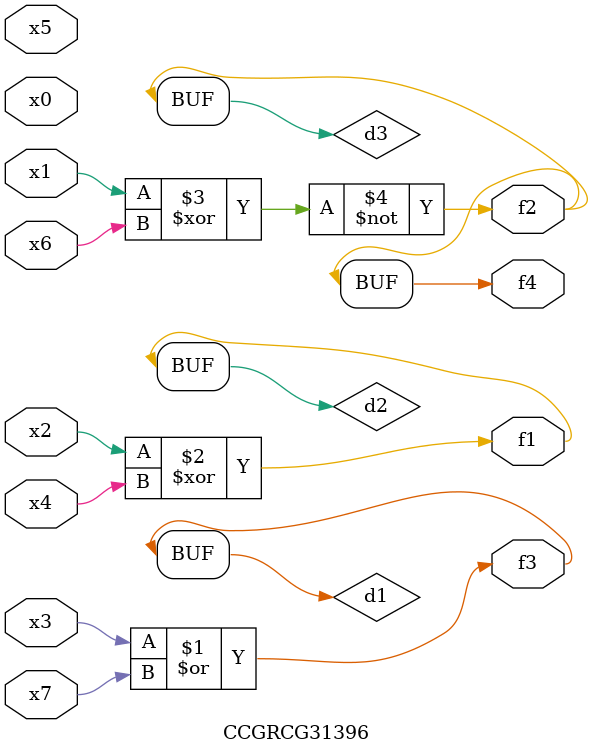
<source format=v>
module CCGRCG31396(
	input x0, x1, x2, x3, x4, x5, x6, x7,
	output f1, f2, f3, f4
);

	wire d1, d2, d3;

	or (d1, x3, x7);
	xor (d2, x2, x4);
	xnor (d3, x1, x6);
	assign f1 = d2;
	assign f2 = d3;
	assign f3 = d1;
	assign f4 = d3;
endmodule

</source>
